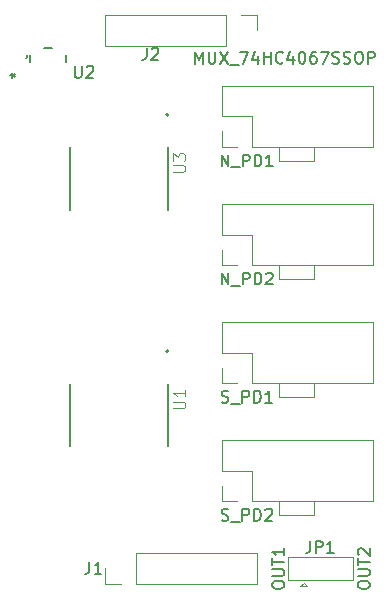
<source format=gto>
%TF.GenerationSoftware,KiCad,Pcbnew,(5.1.6-0-10_14)*%
%TF.CreationDate,2021-03-01T23:58:59+09:00*%
%TF.ProjectId,qPCR-photo_mux_74HC4067SSOP,71504352-2d70-4686-9f74-6f5f6d75785f,rev?*%
%TF.SameCoordinates,Original*%
%TF.FileFunction,Legend,Top*%
%TF.FilePolarity,Positive*%
%FSLAX46Y46*%
G04 Gerber Fmt 4.6, Leading zero omitted, Abs format (unit mm)*
G04 Created by KiCad (PCBNEW (5.1.6-0-10_14)) date 2021-03-01 23:58:59*
%MOMM*%
%LPD*%
G01*
G04 APERTURE LIST*
%ADD10C,0.150000*%
%ADD11C,0.120000*%
%ADD12C,0.152400*%
%ADD13C,0.200000*%
%ADD14C,0.127000*%
%ADD15C,0.015000*%
G04 APERTURE END LIST*
D10*
X113202380Y-111476190D02*
X113202380Y-111285714D01*
X113250000Y-111190476D01*
X113345238Y-111095238D01*
X113535714Y-111047619D01*
X113869047Y-111047619D01*
X114059523Y-111095238D01*
X114154761Y-111190476D01*
X114202380Y-111285714D01*
X114202380Y-111476190D01*
X114154761Y-111571428D01*
X114059523Y-111666666D01*
X113869047Y-111714285D01*
X113535714Y-111714285D01*
X113345238Y-111666666D01*
X113250000Y-111571428D01*
X113202380Y-111476190D01*
X113202380Y-110619047D02*
X114011904Y-110619047D01*
X114107142Y-110571428D01*
X114154761Y-110523809D01*
X114202380Y-110428571D01*
X114202380Y-110238095D01*
X114154761Y-110142857D01*
X114107142Y-110095238D01*
X114011904Y-110047619D01*
X113202380Y-110047619D01*
X113202380Y-109714285D02*
X113202380Y-109142857D01*
X114202380Y-109428571D02*
X113202380Y-109428571D01*
X113297619Y-108857142D02*
X113250000Y-108809523D01*
X113202380Y-108714285D01*
X113202380Y-108476190D01*
X113250000Y-108380952D01*
X113297619Y-108333333D01*
X113392857Y-108285714D01*
X113488095Y-108285714D01*
X113630952Y-108333333D01*
X114202380Y-108904761D01*
X114202380Y-108285714D01*
X105952380Y-111476190D02*
X105952380Y-111285714D01*
X106000000Y-111190476D01*
X106095238Y-111095238D01*
X106285714Y-111047619D01*
X106619047Y-111047619D01*
X106809523Y-111095238D01*
X106904761Y-111190476D01*
X106952380Y-111285714D01*
X106952380Y-111476190D01*
X106904761Y-111571428D01*
X106809523Y-111666666D01*
X106619047Y-111714285D01*
X106285714Y-111714285D01*
X106095238Y-111666666D01*
X106000000Y-111571428D01*
X105952380Y-111476190D01*
X105952380Y-110619047D02*
X106761904Y-110619047D01*
X106857142Y-110571428D01*
X106904761Y-110523809D01*
X106952380Y-110428571D01*
X106952380Y-110238095D01*
X106904761Y-110142857D01*
X106857142Y-110095238D01*
X106761904Y-110047619D01*
X105952380Y-110047619D01*
X105952380Y-109714285D02*
X105952380Y-109142857D01*
X106952380Y-109428571D02*
X105952380Y-109428571D01*
X106952380Y-108285714D02*
X106952380Y-108857142D01*
X106952380Y-108571428D02*
X105952380Y-108571428D01*
X106095238Y-108666666D01*
X106190476Y-108761904D01*
X106238095Y-108857142D01*
X99428571Y-67252380D02*
X99428571Y-66252380D01*
X99761904Y-66966666D01*
X100095238Y-66252380D01*
X100095238Y-67252380D01*
X100571428Y-66252380D02*
X100571428Y-67061904D01*
X100619047Y-67157142D01*
X100666666Y-67204761D01*
X100761904Y-67252380D01*
X100952380Y-67252380D01*
X101047619Y-67204761D01*
X101095238Y-67157142D01*
X101142857Y-67061904D01*
X101142857Y-66252380D01*
X101523809Y-66252380D02*
X102190476Y-67252380D01*
X102190476Y-66252380D02*
X101523809Y-67252380D01*
X102333333Y-67347619D02*
X103095238Y-67347619D01*
X103238095Y-66252380D02*
X103904761Y-66252380D01*
X103476190Y-67252380D01*
X104714285Y-66585714D02*
X104714285Y-67252380D01*
X104476190Y-66204761D02*
X104238095Y-66919047D01*
X104857142Y-66919047D01*
X105238095Y-67252380D02*
X105238095Y-66252380D01*
X105238095Y-66728571D02*
X105809523Y-66728571D01*
X105809523Y-67252380D02*
X105809523Y-66252380D01*
X106857142Y-67157142D02*
X106809523Y-67204761D01*
X106666666Y-67252380D01*
X106571428Y-67252380D01*
X106428571Y-67204761D01*
X106333333Y-67109523D01*
X106285714Y-67014285D01*
X106238095Y-66823809D01*
X106238095Y-66680952D01*
X106285714Y-66490476D01*
X106333333Y-66395238D01*
X106428571Y-66300000D01*
X106571428Y-66252380D01*
X106666666Y-66252380D01*
X106809523Y-66300000D01*
X106857142Y-66347619D01*
X107714285Y-66585714D02*
X107714285Y-67252380D01*
X107476190Y-66204761D02*
X107238095Y-66919047D01*
X107857142Y-66919047D01*
X108428571Y-66252380D02*
X108523809Y-66252380D01*
X108619047Y-66300000D01*
X108666666Y-66347619D01*
X108714285Y-66442857D01*
X108761904Y-66633333D01*
X108761904Y-66871428D01*
X108714285Y-67061904D01*
X108666666Y-67157142D01*
X108619047Y-67204761D01*
X108523809Y-67252380D01*
X108428571Y-67252380D01*
X108333333Y-67204761D01*
X108285714Y-67157142D01*
X108238095Y-67061904D01*
X108190476Y-66871428D01*
X108190476Y-66633333D01*
X108238095Y-66442857D01*
X108285714Y-66347619D01*
X108333333Y-66300000D01*
X108428571Y-66252380D01*
X109619047Y-66252380D02*
X109428571Y-66252380D01*
X109333333Y-66300000D01*
X109285714Y-66347619D01*
X109190476Y-66490476D01*
X109142857Y-66680952D01*
X109142857Y-67061904D01*
X109190476Y-67157142D01*
X109238095Y-67204761D01*
X109333333Y-67252380D01*
X109523809Y-67252380D01*
X109619047Y-67204761D01*
X109666666Y-67157142D01*
X109714285Y-67061904D01*
X109714285Y-66823809D01*
X109666666Y-66728571D01*
X109619047Y-66680952D01*
X109523809Y-66633333D01*
X109333333Y-66633333D01*
X109238095Y-66680952D01*
X109190476Y-66728571D01*
X109142857Y-66823809D01*
X110047619Y-66252380D02*
X110714285Y-66252380D01*
X110285714Y-67252380D01*
X111047619Y-67204761D02*
X111190476Y-67252380D01*
X111428571Y-67252380D01*
X111523809Y-67204761D01*
X111571428Y-67157142D01*
X111619047Y-67061904D01*
X111619047Y-66966666D01*
X111571428Y-66871428D01*
X111523809Y-66823809D01*
X111428571Y-66776190D01*
X111238095Y-66728571D01*
X111142857Y-66680952D01*
X111095238Y-66633333D01*
X111047619Y-66538095D01*
X111047619Y-66442857D01*
X111095238Y-66347619D01*
X111142857Y-66300000D01*
X111238095Y-66252380D01*
X111476190Y-66252380D01*
X111619047Y-66300000D01*
X112000000Y-67204761D02*
X112142857Y-67252380D01*
X112380952Y-67252380D01*
X112476190Y-67204761D01*
X112523809Y-67157142D01*
X112571428Y-67061904D01*
X112571428Y-66966666D01*
X112523809Y-66871428D01*
X112476190Y-66823809D01*
X112380952Y-66776190D01*
X112190476Y-66728571D01*
X112095238Y-66680952D01*
X112047619Y-66633333D01*
X112000000Y-66538095D01*
X112000000Y-66442857D01*
X112047619Y-66347619D01*
X112095238Y-66300000D01*
X112190476Y-66252380D01*
X112428571Y-66252380D01*
X112571428Y-66300000D01*
X113190476Y-66252380D02*
X113380952Y-66252380D01*
X113476190Y-66300000D01*
X113571428Y-66395238D01*
X113619047Y-66585714D01*
X113619047Y-66919047D01*
X113571428Y-67109523D01*
X113476190Y-67204761D01*
X113380952Y-67252380D01*
X113190476Y-67252380D01*
X113095238Y-67204761D01*
X113000000Y-67109523D01*
X112952380Y-66919047D01*
X112952380Y-66585714D01*
X113000000Y-66395238D01*
X113095238Y-66300000D01*
X113190476Y-66252380D01*
X114047619Y-67252380D02*
X114047619Y-66252380D01*
X114428571Y-66252380D01*
X114523809Y-66300000D01*
X114571428Y-66347619D01*
X114619047Y-66442857D01*
X114619047Y-66585714D01*
X114571428Y-66680952D01*
X114523809Y-66728571D01*
X114428571Y-66776190D01*
X114047619Y-66776190D01*
D11*
%TO.C,J1*%
X104628000Y-111330000D02*
X104628000Y-108670000D01*
X94408000Y-111330000D02*
X104628000Y-111330000D01*
X94408000Y-108670000D02*
X104628000Y-108670000D01*
X94408000Y-111330000D02*
X94408000Y-108670000D01*
X93138000Y-111330000D02*
X91808000Y-111330000D01*
X91808000Y-111330000D02*
X91808000Y-110000000D01*
%TO.C,J2*%
X104628000Y-63110000D02*
X104628000Y-64440000D01*
X103298000Y-63110000D02*
X104628000Y-63110000D01*
X102028000Y-63110000D02*
X102028000Y-65770000D01*
X102028000Y-65770000D02*
X91808000Y-65770000D01*
X102028000Y-63110000D02*
X91808000Y-63110000D01*
X91808000Y-63110000D02*
X91808000Y-65770000D01*
%TO.C,JP1*%
X107250000Y-109000000D02*
X112750000Y-109000000D01*
X112750000Y-109000000D02*
X112750000Y-110950000D01*
X112750000Y-110950000D02*
X107250000Y-110950000D01*
X107250000Y-110950000D02*
X107250000Y-109000000D01*
X108600000Y-111200000D02*
X108300000Y-111500000D01*
X108300000Y-111500000D02*
X108900000Y-111500000D01*
X108900000Y-111500000D02*
X108600000Y-111200000D01*
%TO.C,N_PD1*%
X109500000Y-75500000D02*
X109500000Y-74330000D01*
X106500000Y-75500000D02*
X109500000Y-75500000D01*
X106500000Y-74330000D02*
X106500000Y-75500000D01*
X114490000Y-74330000D02*
X114490000Y-69130000D01*
X104270000Y-74330000D02*
X114490000Y-74330000D01*
X101670000Y-69130000D02*
X114490000Y-69130000D01*
X104270000Y-74330000D02*
X104270000Y-71730000D01*
X104270000Y-71730000D02*
X101670000Y-71730000D01*
X101670000Y-71730000D02*
X101670000Y-69130000D01*
X103000000Y-74330000D02*
X101670000Y-74330000D01*
X101670000Y-74330000D02*
X101670000Y-73000000D01*
%TO.C,N_PD2*%
X101670000Y-84330000D02*
X101670000Y-83000000D01*
X103000000Y-84330000D02*
X101670000Y-84330000D01*
X101670000Y-81730000D02*
X101670000Y-79130000D01*
X104270000Y-81730000D02*
X101670000Y-81730000D01*
X104270000Y-84330000D02*
X104270000Y-81730000D01*
X101670000Y-79130000D02*
X114490000Y-79130000D01*
X104270000Y-84330000D02*
X114490000Y-84330000D01*
X114490000Y-84330000D02*
X114490000Y-79130000D01*
X106500000Y-84330000D02*
X106500000Y-85500000D01*
X106500000Y-85500000D02*
X109500000Y-85500000D01*
X109500000Y-85500000D02*
X109500000Y-84330000D01*
%TO.C,S_PD1*%
X101670000Y-94330000D02*
X101670000Y-93000000D01*
X103000000Y-94330000D02*
X101670000Y-94330000D01*
X101670000Y-91730000D02*
X101670000Y-89130000D01*
X104270000Y-91730000D02*
X101670000Y-91730000D01*
X104270000Y-94330000D02*
X104270000Y-91730000D01*
X101670000Y-89130000D02*
X114490000Y-89130000D01*
X104270000Y-94330000D02*
X114490000Y-94330000D01*
X114490000Y-94330000D02*
X114490000Y-89130000D01*
X106500000Y-94330000D02*
X106500000Y-95500000D01*
X106500000Y-95500000D02*
X109500000Y-95500000D01*
X109500000Y-95500000D02*
X109500000Y-94330000D01*
%TO.C,S_PD2*%
X109500000Y-105500000D02*
X109500000Y-104330000D01*
X106500000Y-105500000D02*
X109500000Y-105500000D01*
X106500000Y-104330000D02*
X106500000Y-105500000D01*
X114490000Y-104330000D02*
X114490000Y-99130000D01*
X104270000Y-104330000D02*
X114490000Y-104330000D01*
X101670000Y-99130000D02*
X114490000Y-99130000D01*
X104270000Y-104330000D02*
X104270000Y-101730000D01*
X104270000Y-101730000D02*
X101670000Y-101730000D01*
X101670000Y-101730000D02*
X101670000Y-99130000D01*
X103000000Y-104330000D02*
X101670000Y-104330000D01*
X101670000Y-104330000D02*
X101670000Y-103000000D01*
D12*
%TO.C,U2*%
X85426000Y-66503684D02*
X85426000Y-67108716D01*
X87287861Y-65929900D02*
X86612139Y-65929900D01*
X88474000Y-67108716D02*
X88474000Y-66503684D01*
X85223516Y-66578377D02*
G75*
G03*
X85121200Y-66806200I202484J-227823D01*
G01*
D13*
%TO.C,U1*%
X97155000Y-91595000D02*
G75*
G03*
X97155000Y-91595000I-100000J0D01*
G01*
D14*
X97135000Y-94350000D02*
X97135000Y-99650000D01*
X88865000Y-94350000D02*
X88865000Y-99650000D01*
%TO.C,U3*%
X88865000Y-74350000D02*
X88865000Y-79650000D01*
X97135000Y-74350000D02*
X97135000Y-79650000D01*
D13*
X97155000Y-71595000D02*
G75*
G03*
X97155000Y-71595000I-100000J0D01*
G01*
%TO.C,J1*%
D10*
X90474666Y-109452380D02*
X90474666Y-110166666D01*
X90427047Y-110309523D01*
X90331809Y-110404761D01*
X90188952Y-110452380D01*
X90093714Y-110452380D01*
X91474666Y-110452380D02*
X90903238Y-110452380D01*
X91188952Y-110452380D02*
X91188952Y-109452380D01*
X91093714Y-109595238D01*
X90998476Y-109690476D01*
X90903238Y-109738095D01*
%TO.C,J2*%
X95316666Y-65927380D02*
X95316666Y-66641666D01*
X95269047Y-66784523D01*
X95173809Y-66879761D01*
X95030952Y-66927380D01*
X94935714Y-66927380D01*
X95745238Y-66022619D02*
X95792857Y-65975000D01*
X95888095Y-65927380D01*
X96126190Y-65927380D01*
X96221428Y-65975000D01*
X96269047Y-66022619D01*
X96316666Y-66117857D01*
X96316666Y-66213095D01*
X96269047Y-66355952D01*
X95697619Y-66927380D01*
X96316666Y-66927380D01*
%TO.C,JP1*%
X109166666Y-107677380D02*
X109166666Y-108391666D01*
X109119047Y-108534523D01*
X109023809Y-108629761D01*
X108880952Y-108677380D01*
X108785714Y-108677380D01*
X109642857Y-108677380D02*
X109642857Y-107677380D01*
X110023809Y-107677380D01*
X110119047Y-107725000D01*
X110166666Y-107772619D01*
X110214285Y-107867857D01*
X110214285Y-108010714D01*
X110166666Y-108105952D01*
X110119047Y-108153571D01*
X110023809Y-108201190D01*
X109642857Y-108201190D01*
X111166666Y-108677380D02*
X110595238Y-108677380D01*
X110880952Y-108677380D02*
X110880952Y-107677380D01*
X110785714Y-107820238D01*
X110690476Y-107915476D01*
X110595238Y-107963095D01*
%TO.C,N_PD1*%
X101657142Y-75952380D02*
X101657142Y-74952380D01*
X102228571Y-75952380D01*
X102228571Y-74952380D01*
X102466666Y-76047619D02*
X103228571Y-76047619D01*
X103466666Y-75952380D02*
X103466666Y-74952380D01*
X103847619Y-74952380D01*
X103942857Y-75000000D01*
X103990476Y-75047619D01*
X104038095Y-75142857D01*
X104038095Y-75285714D01*
X103990476Y-75380952D01*
X103942857Y-75428571D01*
X103847619Y-75476190D01*
X103466666Y-75476190D01*
X104466666Y-75952380D02*
X104466666Y-74952380D01*
X104704761Y-74952380D01*
X104847619Y-75000000D01*
X104942857Y-75095238D01*
X104990476Y-75190476D01*
X105038095Y-75380952D01*
X105038095Y-75523809D01*
X104990476Y-75714285D01*
X104942857Y-75809523D01*
X104847619Y-75904761D01*
X104704761Y-75952380D01*
X104466666Y-75952380D01*
X105990476Y-75952380D02*
X105419047Y-75952380D01*
X105704761Y-75952380D02*
X105704761Y-74952380D01*
X105609523Y-75095238D01*
X105514285Y-75190476D01*
X105419047Y-75238095D01*
%TO.C,N_PD2*%
X101657142Y-85952380D02*
X101657142Y-84952380D01*
X102228571Y-85952380D01*
X102228571Y-84952380D01*
X102466666Y-86047619D02*
X103228571Y-86047619D01*
X103466666Y-85952380D02*
X103466666Y-84952380D01*
X103847619Y-84952380D01*
X103942857Y-85000000D01*
X103990476Y-85047619D01*
X104038095Y-85142857D01*
X104038095Y-85285714D01*
X103990476Y-85380952D01*
X103942857Y-85428571D01*
X103847619Y-85476190D01*
X103466666Y-85476190D01*
X104466666Y-85952380D02*
X104466666Y-84952380D01*
X104704761Y-84952380D01*
X104847619Y-85000000D01*
X104942857Y-85095238D01*
X104990476Y-85190476D01*
X105038095Y-85380952D01*
X105038095Y-85523809D01*
X104990476Y-85714285D01*
X104942857Y-85809523D01*
X104847619Y-85904761D01*
X104704761Y-85952380D01*
X104466666Y-85952380D01*
X105419047Y-85047619D02*
X105466666Y-85000000D01*
X105561904Y-84952380D01*
X105800000Y-84952380D01*
X105895238Y-85000000D01*
X105942857Y-85047619D01*
X105990476Y-85142857D01*
X105990476Y-85238095D01*
X105942857Y-85380952D01*
X105371428Y-85952380D01*
X105990476Y-85952380D01*
%TO.C,S_PD1*%
X101657142Y-95904761D02*
X101800000Y-95952380D01*
X102038095Y-95952380D01*
X102133333Y-95904761D01*
X102180952Y-95857142D01*
X102228571Y-95761904D01*
X102228571Y-95666666D01*
X102180952Y-95571428D01*
X102133333Y-95523809D01*
X102038095Y-95476190D01*
X101847619Y-95428571D01*
X101752380Y-95380952D01*
X101704761Y-95333333D01*
X101657142Y-95238095D01*
X101657142Y-95142857D01*
X101704761Y-95047619D01*
X101752380Y-95000000D01*
X101847619Y-94952380D01*
X102085714Y-94952380D01*
X102228571Y-95000000D01*
X102419047Y-96047619D02*
X103180952Y-96047619D01*
X103419047Y-95952380D02*
X103419047Y-94952380D01*
X103800000Y-94952380D01*
X103895238Y-95000000D01*
X103942857Y-95047619D01*
X103990476Y-95142857D01*
X103990476Y-95285714D01*
X103942857Y-95380952D01*
X103895238Y-95428571D01*
X103800000Y-95476190D01*
X103419047Y-95476190D01*
X104419047Y-95952380D02*
X104419047Y-94952380D01*
X104657142Y-94952380D01*
X104800000Y-95000000D01*
X104895238Y-95095238D01*
X104942857Y-95190476D01*
X104990476Y-95380952D01*
X104990476Y-95523809D01*
X104942857Y-95714285D01*
X104895238Y-95809523D01*
X104800000Y-95904761D01*
X104657142Y-95952380D01*
X104419047Y-95952380D01*
X105942857Y-95952380D02*
X105371428Y-95952380D01*
X105657142Y-95952380D02*
X105657142Y-94952380D01*
X105561904Y-95095238D01*
X105466666Y-95190476D01*
X105371428Y-95238095D01*
%TO.C,S_PD2*%
X101657142Y-105904761D02*
X101800000Y-105952380D01*
X102038095Y-105952380D01*
X102133333Y-105904761D01*
X102180952Y-105857142D01*
X102228571Y-105761904D01*
X102228571Y-105666666D01*
X102180952Y-105571428D01*
X102133333Y-105523809D01*
X102038095Y-105476190D01*
X101847619Y-105428571D01*
X101752380Y-105380952D01*
X101704761Y-105333333D01*
X101657142Y-105238095D01*
X101657142Y-105142857D01*
X101704761Y-105047619D01*
X101752380Y-105000000D01*
X101847619Y-104952380D01*
X102085714Y-104952380D01*
X102228571Y-105000000D01*
X102419047Y-106047619D02*
X103180952Y-106047619D01*
X103419047Y-105952380D02*
X103419047Y-104952380D01*
X103800000Y-104952380D01*
X103895238Y-105000000D01*
X103942857Y-105047619D01*
X103990476Y-105142857D01*
X103990476Y-105285714D01*
X103942857Y-105380952D01*
X103895238Y-105428571D01*
X103800000Y-105476190D01*
X103419047Y-105476190D01*
X104419047Y-105952380D02*
X104419047Y-104952380D01*
X104657142Y-104952380D01*
X104800000Y-105000000D01*
X104895238Y-105095238D01*
X104942857Y-105190476D01*
X104990476Y-105380952D01*
X104990476Y-105523809D01*
X104942857Y-105714285D01*
X104895238Y-105809523D01*
X104800000Y-105904761D01*
X104657142Y-105952380D01*
X104419047Y-105952380D01*
X105371428Y-105047619D02*
X105419047Y-105000000D01*
X105514285Y-104952380D01*
X105752380Y-104952380D01*
X105847619Y-105000000D01*
X105895238Y-105047619D01*
X105942857Y-105142857D01*
X105942857Y-105238095D01*
X105895238Y-105380952D01*
X105323809Y-105952380D01*
X105942857Y-105952380D01*
%TO.C,U2*%
X89238095Y-67452380D02*
X89238095Y-68261904D01*
X89285714Y-68357142D01*
X89333333Y-68404761D01*
X89428571Y-68452380D01*
X89619047Y-68452380D01*
X89714285Y-68404761D01*
X89761904Y-68357142D01*
X89809523Y-68261904D01*
X89809523Y-67452380D01*
X90238095Y-67547619D02*
X90285714Y-67500000D01*
X90380952Y-67452380D01*
X90619047Y-67452380D01*
X90714285Y-67500000D01*
X90761904Y-67547619D01*
X90809523Y-67642857D01*
X90809523Y-67738095D01*
X90761904Y-67880952D01*
X90190476Y-68452380D01*
X90809523Y-68452380D01*
X83750580Y-68254000D02*
X83988676Y-68254000D01*
X83893438Y-68492095D02*
X83988676Y-68254000D01*
X83893438Y-68015904D01*
X84179152Y-68396857D02*
X83988676Y-68254000D01*
X84179152Y-68111142D01*
X83750580Y-68254000D02*
X83988676Y-68254000D01*
X83893438Y-68492095D02*
X83988676Y-68254000D01*
X83893438Y-68015904D01*
X84179152Y-68396857D02*
X83988676Y-68254000D01*
X84179152Y-68111142D01*
%TO.C,U1*%
D15*
X97587380Y-96436904D02*
X98396904Y-96436904D01*
X98492142Y-96389285D01*
X98539761Y-96341666D01*
X98587380Y-96246428D01*
X98587380Y-96055952D01*
X98539761Y-95960714D01*
X98492142Y-95913095D01*
X98396904Y-95865476D01*
X97587380Y-95865476D01*
X98587380Y-94865476D02*
X98587380Y-95436904D01*
X98587380Y-95151190D02*
X97587380Y-95151190D01*
X97730238Y-95246428D01*
X97825476Y-95341666D01*
X97873095Y-95436904D01*
%TO.C,U3*%
X97587380Y-76436904D02*
X98396904Y-76436904D01*
X98492142Y-76389285D01*
X98539761Y-76341666D01*
X98587380Y-76246428D01*
X98587380Y-76055952D01*
X98539761Y-75960714D01*
X98492142Y-75913095D01*
X98396904Y-75865476D01*
X97587380Y-75865476D01*
X97587380Y-75484523D02*
X97587380Y-74865476D01*
X97968333Y-75198809D01*
X97968333Y-75055952D01*
X98015952Y-74960714D01*
X98063571Y-74913095D01*
X98158809Y-74865476D01*
X98396904Y-74865476D01*
X98492142Y-74913095D01*
X98539761Y-74960714D01*
X98587380Y-75055952D01*
X98587380Y-75341666D01*
X98539761Y-75436904D01*
X98492142Y-75484523D01*
%TD*%
M02*

</source>
